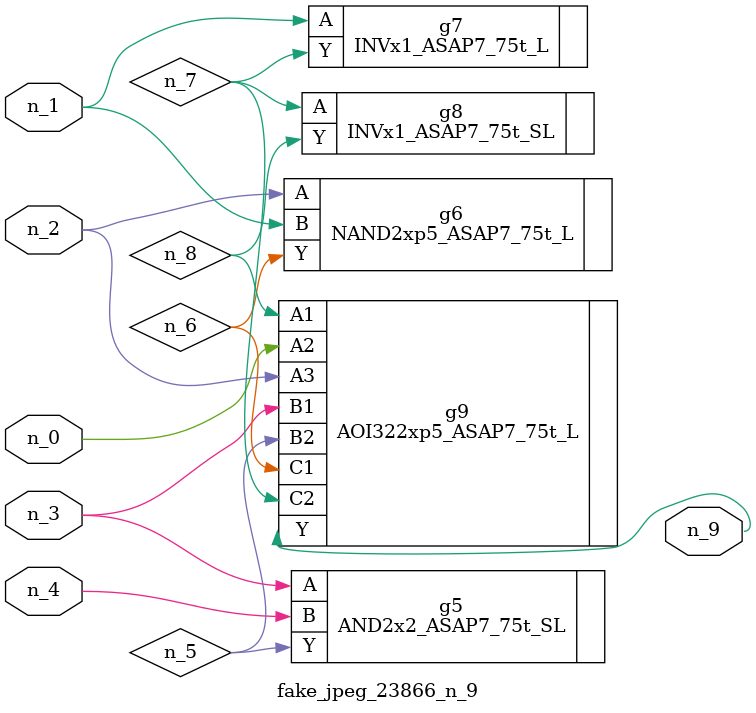
<source format=v>
module fake_jpeg_23866_n_9 (n_3, n_2, n_1, n_0, n_4, n_9);

input n_3;
input n_2;
input n_1;
input n_0;
input n_4;

output n_9;

wire n_8;
wire n_6;
wire n_5;
wire n_7;

AND2x2_ASAP7_75t_SL g5 ( 
.A(n_3),
.B(n_4),
.Y(n_5)
);

NAND2xp5_ASAP7_75t_L g6 ( 
.A(n_2),
.B(n_1),
.Y(n_6)
);

INVx1_ASAP7_75t_L g7 ( 
.A(n_1),
.Y(n_7)
);

INVx1_ASAP7_75t_SL g8 ( 
.A(n_7),
.Y(n_8)
);

AOI322xp5_ASAP7_75t_L g9 ( 
.A1(n_8),
.A2(n_0),
.A3(n_2),
.B1(n_3),
.B2(n_5),
.C1(n_6),
.C2(n_7),
.Y(n_9)
);


endmodule
</source>
